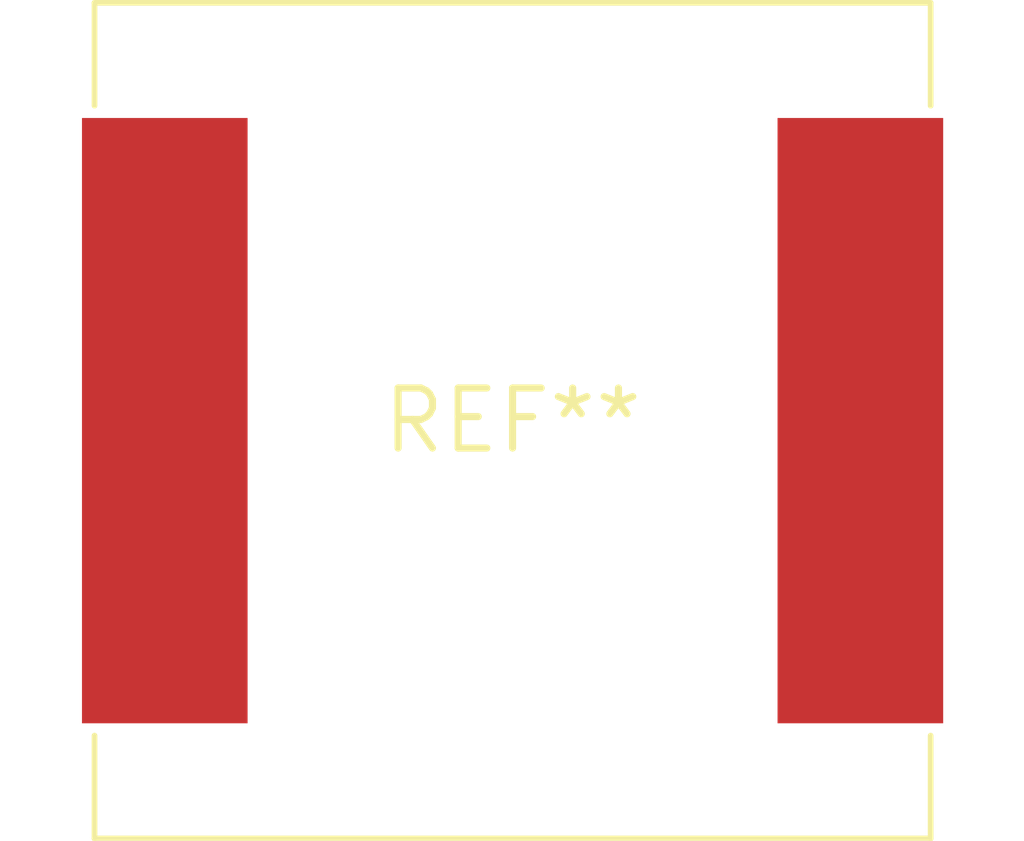
<source format=kicad_pcb>
(kicad_pcb (version 20240108) (generator pcbnew)
  (layers (0 "F.Cu" signal) (31 "B.Cu" signal) (34 "B.Paste" user) (35 "F.Paste" user) (36 "B.SilkS" user "B.Silkscreen") (37 "F.SilkS" user "F.Silkscreen") (38 "B.Mask" user) (39 "F.Mask" user) (44 "Edge.Cuts" user))
  (net 0 "")
  (footprint "L_Sunlord_MWSA1707S" (layer "F.Cu") (at 0 0)
    (property "Reference" "REF**")
    (property "Value" "L_Sunlord_MWSA1707S")
    (fp_line (start -8.835 -8.835) (end -8.835 -6.66) (layer "F.SilkS") (stroke (width 0.12)))
    (fp_line (start -8.835 -8.835) (end 8.835 -8.835) (layer "F.SilkS") (stroke (width 0.12)))
    (fp_line (start -8.835 8.835) (end -8.835 6.66) (layer "F.SilkS") (stroke (width 0.12)))
    (fp_line (start -8.835 8.835) (end 8.835 8.835) (layer "F.SilkS") (stroke (width 0.12)))
    (fp_line (start 8.835 -8.835) (end 8.835 -6.66) (layer "F.SilkS") (stroke (width 0.12)))
    (fp_line (start 8.835 8.835) (end 8.835 6.66) (layer "F.SilkS") (stroke (width 0.12)))
    (pad "1" smd rect (at -7.35 0) (size 3.5 12.8) (layers "F.Cu" "F.Paste" "F.Mask"))
    (pad "2" smd rect (at 7.35 0) (size 3.5 12.8) (layers "F.Cu" "F.Paste" "F.Mask"))
  )
)
</source>
